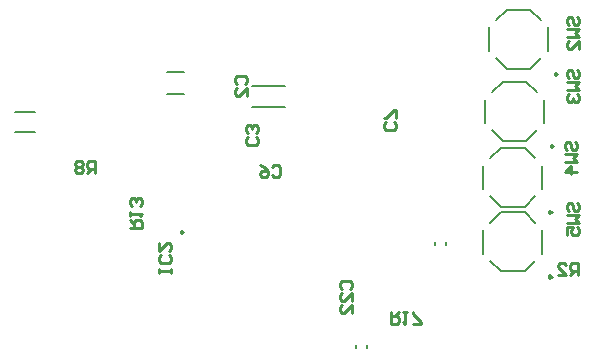
<source format=gbo>
G04*
G04 #@! TF.GenerationSoftware,Altium Limited,Altium Designer,22.10.1 (41)*
G04*
G04 Layer_Color=32896*
%FSLAX25Y25*%
%MOIN*%
G70*
G04*
G04 #@! TF.SameCoordinates,AFA84DA5-00AA-44F6-A921-FAAB14C792BC*
G04*
G04*
G04 #@! TF.FilePolarity,Positive*
G04*
G01*
G75*
%ADD10C,0.00787*%
%ADD11C,0.00984*%
%ADD13C,0.01000*%
D10*
X284437Y233657D02*
X287980Y237201D01*
X273020D02*
X276563Y233657D01*
X273020Y249799D02*
X276563Y253343D01*
X284437D02*
X287980Y249799D01*
X290343Y239563D02*
Y247437D01*
X276563Y253343D02*
X284437D01*
X276563Y233657D02*
X284437D01*
X270657Y239563D02*
Y247437D01*
X284437Y255157D02*
X287980Y258701D01*
X273020D02*
X276563Y255157D01*
X273020Y271299D02*
X276563Y274843D01*
X284437D02*
X287980Y271299D01*
X290343Y261063D02*
Y268937D01*
X276563Y274843D02*
X284437D01*
X276563Y255157D02*
X284437D01*
X270657Y261063D02*
Y268937D01*
X271157Y283063D02*
Y290937D01*
X277063Y277157D02*
X284937D01*
X277063Y296843D02*
X284937D01*
X290843Y283063D02*
Y290937D01*
X284937Y296843D02*
X288480Y293299D01*
X273520D02*
X277063Y296843D01*
X273520Y280701D02*
X277063Y277157D01*
X284937D02*
X288480Y280701D01*
X272559Y307083D02*
Y314957D01*
X278465Y301177D02*
X286339D01*
X278465Y320862D02*
X286339D01*
X292244Y307083D02*
Y314957D01*
X286339Y320862D02*
X289882Y317319D01*
X274921D02*
X278465Y320862D01*
X274921Y304720D02*
X278465Y301177D01*
X286339D02*
X289882Y304720D01*
X193621Y288433D02*
X204693D01*
X193621Y295567D02*
X204693D01*
X114654Y280154D02*
X121346D01*
X114654Y286846D02*
X121346D01*
X231870Y208008D02*
Y208992D01*
X228130Y208008D02*
Y208992D01*
X165047Y300240D02*
X170953D01*
X165047Y292760D02*
X170953D01*
X254630Y242508D02*
Y243492D01*
X258370Y242508D02*
Y243492D01*
D11*
X293394Y231886D02*
X292655Y232312D01*
Y231460D01*
X293394Y231886D01*
X170638Y246724D02*
X169900Y247151D01*
Y246298D01*
X170638Y246724D01*
X293394Y253386D02*
X292655Y253812D01*
Y252960D01*
X293394Y253386D01*
X293894Y275386D02*
X293156Y275812D01*
Y274960D01*
X293894Y275386D01*
X295295Y299405D02*
X294557Y299832D01*
Y298979D01*
X295295Y299405D01*
D13*
X141332Y266501D02*
Y270499D01*
X139333D01*
X138666Y269833D01*
Y268500D01*
X139333Y267834D01*
X141332D01*
X139999D02*
X138666Y266501D01*
X137334Y269833D02*
X136667Y270499D01*
X135334D01*
X134668Y269833D01*
Y269166D01*
X135334Y268500D01*
X134668Y267834D01*
Y267167D01*
X135334Y266501D01*
X136667D01*
X137334Y267167D01*
Y267834D01*
X136667Y268500D01*
X137334Y269166D01*
Y269833D01*
X136667Y268500D02*
X135334D01*
X223667Y227666D02*
X223001Y228332D01*
Y229665D01*
X223667Y230332D01*
X226333D01*
X226999Y229665D01*
Y228332D01*
X226333Y227666D01*
X226999Y223667D02*
Y226333D01*
X224334Y223667D01*
X223667D01*
X223001Y224334D01*
Y225666D01*
X223667Y226333D01*
X226999Y219668D02*
Y222334D01*
X224334Y219668D01*
X223667D01*
X223001Y220335D01*
Y221668D01*
X223667Y222334D01*
X302332Y232501D02*
Y236499D01*
X300333D01*
X299666Y235833D01*
Y234500D01*
X300333Y233834D01*
X302332D01*
X300999D02*
X299666Y232501D01*
X295668D02*
X298334D01*
X295668Y235166D01*
Y235833D01*
X296334Y236499D01*
X297667D01*
X298334Y235833D01*
X240002Y219999D02*
Y216001D01*
X242001D01*
X242667Y216667D01*
Y218000D01*
X242001Y218666D01*
X240002D01*
X241335D02*
X242667Y219999D01*
X244000D02*
X245333D01*
X244667D01*
Y216001D01*
X244000Y216667D01*
X247333Y216001D02*
X249998D01*
Y216667D01*
X247333Y219333D01*
Y219999D01*
X153001Y248002D02*
X156999D01*
Y250001D01*
X156333Y250667D01*
X155000D01*
X154333Y250001D01*
Y248002D01*
Y249335D02*
X153001Y250667D01*
Y252000D02*
Y253333D01*
Y252667D01*
X156999D01*
X156333Y252000D01*
Y255333D02*
X156999Y255999D01*
Y257332D01*
X156333Y257998D01*
X155666D01*
X155000Y257332D01*
Y256665D01*
Y257332D01*
X154333Y257998D01*
X153667D01*
X153001Y257332D01*
Y255999D01*
X153667Y255333D01*
X299167Y253666D02*
X298501Y254332D01*
Y255665D01*
X299167Y256332D01*
X299834D01*
X300500Y255665D01*
Y254332D01*
X301166Y253666D01*
X301833D01*
X302499Y254332D01*
Y255665D01*
X301833Y256332D01*
X298501Y252333D02*
X302499D01*
X301166Y251000D01*
X302499Y249667D01*
X298501D01*
Y245668D02*
Y248334D01*
X300500D01*
X299834Y247001D01*
Y246335D01*
X300500Y245668D01*
X301833D01*
X302499Y246335D01*
Y247668D01*
X301833Y248334D01*
X298667Y274166D02*
X298001Y274832D01*
Y276165D01*
X298667Y276832D01*
X299334D01*
X300000Y276165D01*
Y274832D01*
X300666Y274166D01*
X301333D01*
X301999Y274832D01*
Y276165D01*
X301333Y276832D01*
X298001Y272833D02*
X301999D01*
X300666Y271500D01*
X301999Y270167D01*
X298001D01*
X301999Y266835D02*
X298001D01*
X300000Y268834D01*
Y266168D01*
X299167Y298166D02*
X298501Y298832D01*
Y300165D01*
X299167Y300832D01*
X299834D01*
X300500Y300165D01*
Y298832D01*
X301166Y298166D01*
X301833D01*
X302499Y298832D01*
Y300165D01*
X301833Y300832D01*
X298501Y296833D02*
X302499D01*
X301166Y295500D01*
X302499Y294167D01*
X298501D01*
X299167Y292834D02*
X298501Y292168D01*
Y290835D01*
X299167Y290168D01*
X299834D01*
X300500Y290835D01*
Y291501D01*
Y290835D01*
X301166Y290168D01*
X301833D01*
X302499Y290835D01*
Y292168D01*
X301833Y292834D01*
X299069Y315685D02*
X298402Y316352D01*
Y317685D01*
X299069Y318351D01*
X299735D01*
X300402Y317685D01*
Y316352D01*
X301068Y315685D01*
X301734D01*
X302401Y316352D01*
Y317685D01*
X301734Y318351D01*
X298402Y314352D02*
X302401D01*
X301068Y313020D01*
X302401Y311687D01*
X298402D01*
X302401Y307688D02*
Y310354D01*
X299735Y307688D01*
X299069D01*
X298402Y308354D01*
Y309687D01*
X299069Y310354D01*
X166499Y233147D02*
Y234480D01*
Y233814D01*
X162501D01*
Y233147D01*
Y234480D01*
X165833Y239145D02*
X166499Y238479D01*
Y237146D01*
X165833Y236480D01*
X163167D01*
X162501Y237146D01*
Y238479D01*
X163167Y239145D01*
X162501Y243144D02*
Y240478D01*
X165166Y243144D01*
X165833D01*
X166499Y242478D01*
Y241145D01*
X165833Y240478D01*
X240832Y283566D02*
X241499Y282899D01*
Y281566D01*
X240832Y280900D01*
X238166D01*
X237500Y281566D01*
Y282899D01*
X238166Y283566D01*
X241499Y284899D02*
Y287564D01*
X240832D01*
X238166Y284899D01*
X237500D01*
X200167Y268333D02*
X200833Y268999D01*
X202166D01*
X202832Y268333D01*
Y265667D01*
X202166Y265001D01*
X200833D01*
X200167Y265667D01*
X196168Y268999D02*
X197501Y268333D01*
X198834Y267000D01*
Y265667D01*
X198167Y265001D01*
X196834D01*
X196168Y265667D01*
Y266334D01*
X196834Y267000D01*
X198834D01*
X194833Y278334D02*
X195499Y277667D01*
Y276334D01*
X194833Y275668D01*
X192167D01*
X191501Y276334D01*
Y277667D01*
X192167Y278334D01*
X194833Y279666D02*
X195499Y280333D01*
Y281666D01*
X194833Y282332D01*
X194167D01*
X193500Y281666D01*
Y280999D01*
Y281666D01*
X192833Y282332D01*
X192167D01*
X191501Y281666D01*
Y280333D01*
X192167Y279666D01*
X188667Y296166D02*
X188001Y296833D01*
Y298166D01*
X188667Y298832D01*
X191333D01*
X191999Y298166D01*
Y296833D01*
X191333Y296166D01*
X191999Y292168D02*
Y294833D01*
X189333Y292168D01*
X188667D01*
X188001Y292834D01*
Y294167D01*
X188667Y294833D01*
M02*

</source>
